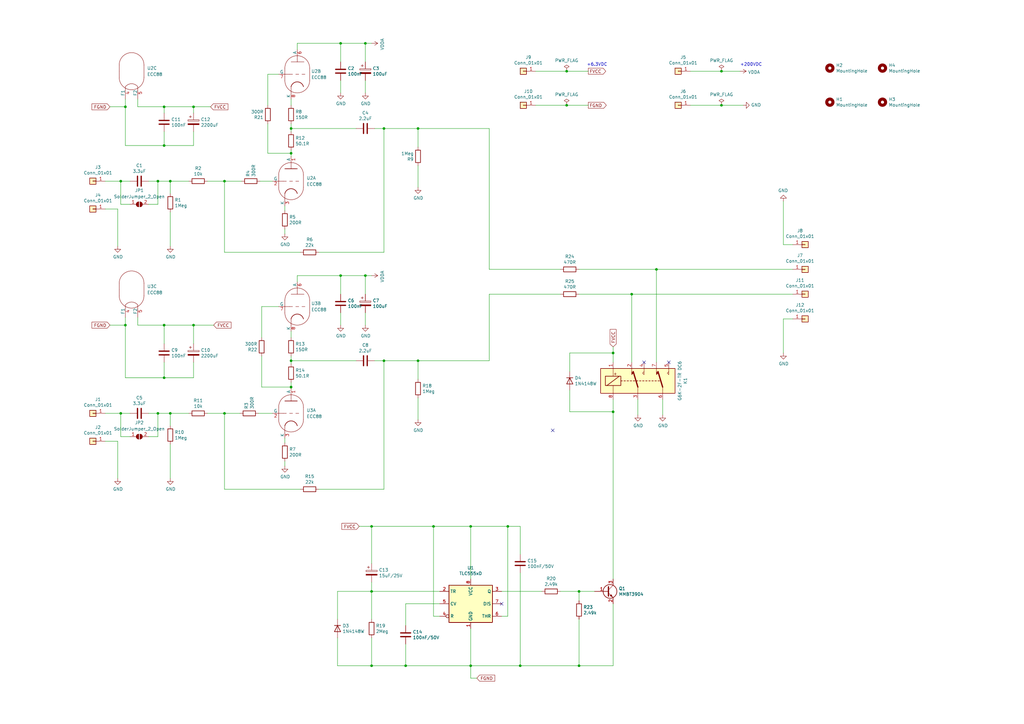
<source format=kicad_sch>
(kicad_sch (version 20211123) (generator eeschema)
  (paper "A3")
  (title_block (title "SRPP+ Pre-Amp ECC88/E88CC") (date "2022-09-15") (rev "V2"))
  (lib_symbols
    (symbol "Connector_Generic:Conn_01x01" (pin_names (offset 1.016) hide)
      (property "Reference" "J" (at 0 2.54 0))
      (property "Value" "Conn_01x01" (at 0 -2.54 0))
      (symbol "Conn_01x01_1_1"
        (rectangle (start -1.27 0.127) (end 0 -0.127) (stroke (width 0.1524)))
        (rectangle (start -1.27 1.27) (end 1.27 -1.27) (stroke (width 0.254)) (fill (type background)))
        (pin passive line (at -5.08 0 0) (length 3.81) (name "Pin_1") (number "1"))
      )
    )
    (symbol "Device:C" (pin_numbers hide) (pin_names (offset 0.254))
      (property "Reference" "C" (at 0.635 2.54 0))
      (property "Value" "C" (at 0.635 -2.54 0))
      (symbol "C_0_1"
        (polyline (pts (xy -2.032 -0.762) (xy 2.032 -0.762)) (stroke (width 0.508)))
        (polyline (pts (xy -2.032 0.762) (xy 2.032 0.762)) (stroke (width 0.508)))
      )
      (symbol "C_1_1"
        (pin passive line (at 0 3.81 270) (length 2.794) (name "~") (number "1"))
        (pin passive line (at 0 -3.81 90) (length 2.794) (name "~") (number "2"))
      )
    )
    (symbol "Device:C_Polarized" (pin_numbers hide) (pin_names (offset 0.254))
      (property "Reference" "C" (at 0.635 2.54 0))
      (property "Value" "C_Polarized" (at 0.635 -2.54 0))
      (symbol "C_Polarized_0_1"
        (rectangle (start -2.286 0.508) (end 2.286 1.016))
        (polyline (pts (xy -1.778 2.286) (xy -0.762 2.286)))
        (polyline (pts (xy -1.27 2.794) (xy -1.27 1.778)))
        (rectangle (start 2.286 -0.508) (end -2.286 -1.016) (fill (type outline)))
      )
      (symbol "C_Polarized_1_1"
        (pin passive line (at 0 3.81 270) (length 2.794) (name "~") (number "1"))
        (pin passive line (at 0 -3.81 90) (length 2.794) (name "~") (number "2"))
      )
    )
    (symbol "Device:R" (pin_numbers hide) (pin_names (offset 0))
      (property "Reference" "R" (at 2.032 0 90))
      (property "Value" "R" (at 0 0 90))
      (symbol "R_0_1"
        (rectangle (start -1.016 -2.54) (end 1.016 2.54) (stroke (width 0.254)))
      )
      (symbol "R_1_1"
        (pin passive line (at 0 3.81 270) (length 1.27) (name "~") (number "1"))
        (pin passive line (at 0 -3.81 90) (length 1.27) (name "~") (number "2"))
      )
    )
    (symbol "Diode:1N4148W" (pin_numbers hide) (pin_names (offset 1.016) hide)
      (property "Reference" "D" (at 0 2.54 0))
      (property "Value" "1N4148W" (at 0 -2.54 0))
      (symbol "1N4148W_0_1"
        (polyline (pts (xy -1.27 1.27) (xy -1.27 -1.27)) (stroke (width 0.254)))
        (polyline (pts (xy 1.27 0) (xy -1.27 0)))
        (polyline (pts (xy 1.27 1.27) (xy 1.27 -1.27) (xy -1.27 0) (xy 1.27 1.27)) (stroke (width 0.254)))
      )
      (symbol "1N4148W_1_1"
        (pin passive line (at -3.81 0 0) (length 2.54) (name "K") (number "1"))
        (pin passive line (at 3.81 0 180) (length 2.54) (name "A") (number "2"))
      )
    )
    (symbol "Jumper:SolderJumper_2_Open" (pin_names (offset 0) hide)
      (property "Reference" "JP" (at 0 2.032 0))
      (property "Value" "SolderJumper_2_Open" (at 0 -2.54 0))
      (symbol "SolderJumper_2_Open_0_1"
        (arc (start -0.254 1.016) (mid -1.27 0) (end -0.254 -1.016))
        (arc (start -0.254 1.016) (mid -1.27 0) (end -0.254 -1.016) (fill (type outline)))
        (polyline (pts (xy -0.254 1.016) (xy -0.254 -1.016)))
        (polyline (pts (xy 0.254 1.016) (xy 0.254 -1.016)))
        (arc (start 0.254 -1.016) (mid 1.27 0) (end 0.254 1.016))
        (arc (start 0.254 -1.016) (mid 1.27 0) (end 0.254 1.016) (fill (type outline)))
      )
      (symbol "SolderJumper_2_Open_1_1"
        (pin passive line (at -3.81 0 0) (length 2.54) (name "A") (number "1"))
        (pin passive line (at 3.81 0 180) (length 2.54) (name "B") (number "2"))
      )
    )
    (symbol "Mechanical:MountingHole" (pin_names (offset 1.016))
      (property "Reference" "H" (at 0 5.08 0))
      (property "Value" "MountingHole" (at 0 3.175 0))
      (symbol "MountingHole_0_1"
        (circle (center 0 0) (radius 1.27) (stroke (width 1.27)))
      )
    )
    (symbol "Relay:G6K-2"
      (property "Reference" "K" (at 16.51 3.81 0))
      (property "Value" "G6K-2" (at 16.51 1.27 0))
      (symbol "G6K-2_0_0"
        (text "+" (at -9.271 2.921 0) (effects (font (size 1.27 1.27))))
      )
      (symbol "G6K-2_0_1"
        (rectangle (start -15.24 5.08) (end 15.24 -5.08) (stroke (width 0.254)) (fill (type background)))
        (rectangle (start -13.335 1.905) (end -6.985 -1.905) (stroke (width 0.254)))
        (polyline (pts (xy -12.7 -1.905) (xy -7.62 1.905)) (stroke (width 0.254)))
        (polyline (pts (xy -10.16 -5.08) (xy -10.16 -1.905)))
        (polyline (pts (xy -10.16 5.08) (xy -10.16 1.905)))
        (polyline (pts (xy -6.985 0) (xy -6.35 0)) (stroke (width 0.254)))
        (polyline (pts (xy -5.715 0) (xy -5.08 0)) (stroke (width 0.254)))
        (polyline (pts (xy -4.445 0) (xy -3.81 0)) (stroke (width 0.254)))
        (polyline (pts (xy -3.175 0) (xy -2.54 0)) (stroke (width 0.254)))
        (polyline (pts (xy -1.905 0) (xy -1.27 0)) (stroke (width 0.254)))
        (polyline (pts (xy -0.635 0) (xy 0 0)) (stroke (width 0.254)))
        (polyline (pts (xy 0 -2.54) (xy -1.905 3.81)) (stroke (width 0.508)))
        (polyline (pts (xy 0 -2.54) (xy 0 -5.08)))
        (polyline (pts (xy 0.635 0) (xy 1.27 0)) (stroke (width 0.254)))
        (polyline (pts (xy 1.905 0) (xy 2.54 0)) (stroke (width 0.254)))
        (polyline (pts (xy 3.175 0) (xy 3.81 0)) (stroke (width 0.254)))
        (polyline (pts (xy 4.445 0) (xy 5.08 0)) (stroke (width 0.254)))
        (polyline (pts (xy 5.715 0) (xy 6.35 0)) (stroke (width 0.254)))
        (polyline (pts (xy 6.985 0) (xy 7.62 0)) (stroke (width 0.254)))
        (polyline (pts (xy 8.255 0) (xy 8.89 0)) (stroke (width 0.254)))
        (polyline (pts (xy 10.16 -2.54) (xy 8.255 3.81)) (stroke (width 0.508)))
        (polyline (pts (xy 10.16 -2.54) (xy 10.16 -5.08)))
        (polyline (pts (xy -2.54 5.08) (xy -2.54 2.54) (xy -1.905 3.175) (xy -2.54 3.81)) (fill (type outline)))
        (polyline (pts (xy 2.54 5.08) (xy 2.54 2.54) (xy 1.905 3.175) (xy 2.54 3.81)))
        (polyline (pts (xy 7.62 5.08) (xy 7.62 2.54) (xy 8.255 3.175) (xy 7.62 3.81)) (fill (type outline)))
        (polyline (pts (xy 12.7 5.08) (xy 12.7 2.54) (xy 12.065 3.175) (xy 12.7 3.81)))
      )
      (symbol "G6K-2_1_1"
        (pin passive line (at -10.16 7.62 270) (length 2.54) (name "~") (number "1"))
        (pin passive line (at -2.54 7.62 270) (length 2.54) (name "~") (number "2"))
        (pin passive line (at 0 -7.62 90) (length 2.54) (name "~") (number "3"))
        (pin passive line (at 2.54 7.62 270) (length 2.54) (name "~") (number "4"))
        (pin passive line (at 12.7 7.62 270) (length 2.54) (name "~") (number "5"))
        (pin passive line (at 10.16 -7.62 90) (length 2.54) (name "~") (number "6"))
        (pin passive line (at 7.62 7.62 270) (length 2.54) (name "~") (number "7"))
        (pin passive line (at -10.16 -7.62 90) (length 2.54) (name "~") (number "8"))
      )
    )
    (symbol "Timer:TLC555xD"
      (property "Reference" "U" (at -10.16 8.89 0))
      (property "Value" "TLC555xD" (at 2.54 8.89 0))
      (symbol "TLC555xD_0_0"
        (pin power_in line (at 0 -10.16 90) (length 2.54) (name "GND") (number "1"))
        (pin power_in line (at 0 10.16 270) (length 2.54) (name "VCC") (number "8"))
      )
      (symbol "TLC555xD_0_1"
        (rectangle (start -8.89 -7.62) (end 8.89 7.62) (stroke (width 0.254)) (fill (type background)))
        (rectangle (start -8.89 -7.62) (end 8.89 7.62) (stroke (width 0.254)) (fill (type background)))
      )
      (symbol "TLC555xD_1_1"
        (pin input line (at -12.7 5.08 0) (length 3.81) (name "TR") (number "2"))
        (pin output line (at 12.7 5.08 180) (length 3.81) (name "Q") (number "3"))
        (pin input inverted (at -12.7 -5.08 0) (length 3.81) (name "R") (number "4"))
        (pin input line (at -12.7 0 0) (length 3.81) (name "CV") (number "5"))
        (pin input line (at 12.7 -5.08 180) (length 3.81) (name "THR") (number "6"))
        (pin input line (at 12.7 0 180) (length 3.81) (name "DIS") (number "7"))
      )
    )
    (symbol "Transistor_BJT:MMBT3904" (pin_names (offset 0) hide)
      (property "Reference" "Q" (at 5.08 1.905 0))
      (property "Value" "MMBT3904" (at 5.08 0 0))
      (symbol "MMBT3904_0_1"
        (polyline (pts (xy 0.635 0.635) (xy 2.54 2.54)))
        (polyline (pts (xy 0.635 -0.635) (xy 2.54 -2.54) (xy 2.54 -2.54)))
        (polyline (pts (xy 0.635 1.905) (xy 0.635 -1.905) (xy 0.635 -1.905)) (stroke (width 0.508)))
        (polyline (pts (xy 1.27 -1.778) (xy 1.778 -1.27) (xy 2.286 -2.286) (xy 1.27 -1.778) (xy 1.27 -1.778)) (fill (type outline)))
        (circle (center 1.27 0) (radius 2.8194) (stroke (width 0.254)))
      )
      (symbol "MMBT3904_1_1"
        (pin input line (at -5.08 0 0) (length 5.715) (name "B") (number "1"))
        (pin passive line (at 2.54 -5.08 90) (length 2.54) (name "E") (number "2"))
        (pin passive line (at 2.54 5.08 270) (length 2.54) (name "C") (number "3"))
      )
    )
    (symbol "Valve:ECC88" (pin_names (offset 0))
      (property "Reference" "U" (at 4.318 7.112 0))
      (property "Value" "ECC88" (at 5.08 -7.62 0))
      (symbol "ECC88_0_1"
        (arc (start -5.08 -2.54) (mid 0 -7.62) (end 5.08 -2.54))
        (polyline (pts (xy -5.08 0) (xy -5.08 -2.54)))
        (polyline (pts (xy -5.08 2.54) (xy -5.08 0)))
        (polyline (pts (xy 5.08 2.54) (xy 5.08 -2.54)))
        (arc (start 5.08 2.54) (mid 0 7.62) (end -5.08 2.54))
      )
      (symbol "ECC88_1_0"
        (polyline (pts (xy -2.54 -5.08) (xy -2.54 -7.62)))
        (polyline (pts (xy 0 5.08) (xy 0 7.62)))
      )
      (symbol "ECC88_1_1"
        (polyline (pts (xy -5.08 0) (xy -3.175 0)))
        (polyline (pts (xy -1.905 0) (xy -3.175 0)) (stroke (width 0.1524)))
        (polyline (pts (xy -0.635 0) (xy 0.635 0)) (stroke (width 0.1524)))
        (polyline (pts (xy 1.905 0) (xy 3.175 0)) (stroke (width 0.1524)))
        (polyline (pts (xy -2.54 5.08) (xy 2.54 5.08) (xy 2.54 5.08)) (stroke (width 0.254)))
        (arc (start 2.54 -5.08) (mid 0 -3.0968) (end -2.54 -5.08) (stroke (width 0.254)))
        (pin output line (at 0 10.16 270) (length 2.54) (name "A") (number "1"))
        (pin input line (at -7.62 0 0) (length 2.54) (name "G") (number "2"))
        (pin bidirectional line (at -2.54 -10.16 90) (length 2.54) (name "K") (number "3"))
      )
      (symbol "ECC88_2_0"
        (polyline (pts (xy -5.08 0) (xy -3.175 0)))
        (polyline (pts (xy -2.54 -5.08) (xy -2.54 -7.62)))
        (polyline (pts (xy -1.905 0) (xy -3.175 0)) (stroke (width 0.1524)))
        (polyline (pts (xy -0.635 0) (xy 0.635 0)) (stroke (width 0.1524)))
        (polyline (pts (xy 0 5.08) (xy 0 7.62)))
        (polyline (pts (xy 1.905 0) (xy 3.175 0)) (stroke (width 0.1524)))
        (polyline (pts (xy 2.794 5.08) (xy -2.54 5.08) (xy -2.54 5.08)) (stroke (width 0.1524)))
      )
      (symbol "ECC88_2_1"
        (arc (start 2.54 -5.08) (mid 0 -3.0968) (end -2.54 -5.08) (stroke (width 0.254)))
        (pin output line (at 0 10.16 270) (length 2.54) (name "A") (number "6"))
        (pin input line (at -7.62 0 0) (length 2.54) (name "G") (number "7"))
        (pin bidirectional line (at -2.54 -10.16 90) (length 2.54) (name "K") (number "8"))
      )
      (symbol "ECC88_3_1"
        (arc (start 2.54 -6.35) (mid 0 -5.1292) (end -2.54 -6.35))
        (pin power_in line (at -2.54 -11.43 90) (length 5.08) (name "F1") (number "4"))
        (pin power_in line (at 2.54 -11.43 90) (length 5.08) (name "F2") (number "5"))
      )
    )
    (symbol "power:GND" (power) (pin_names (offset 0))
      (property "Value" "GND" (at 0 -3.81 0))
      (symbol "GND_0_1"
        (polyline (pts (xy 0 0) (xy 0 -1.27) (xy 1.27 -1.27) (xy 0 -2.54) (xy -1.27 -1.27) (xy 0 -1.27)))
      )
      (symbol "GND_1_1"
        (pin power_in line (at 0 0 270) (length 0) hide (name "GND") (number "1"))
      )
    )
    (symbol "power:PWR_FLAG" (power) (pin_numbers hide) (pin_names (offset 0) hide)
      (property "Value" "PWR_FLAG" (at 0 3.81 0))
      (symbol "PWR_FLAG_0_0"
        (pin power_out line (at 0 0 90) (length 0) (name "pwr") (number "1"))
      )
      (symbol "PWR_FLAG_0_1"
        (polyline (pts (xy 0 0) (xy 0 1.27) (xy -1.016 1.905) (xy 0 2.54) (xy 1.016 1.905) (xy 0 1.27)))
      )
    )
    (symbol "power:VDDA" (power) (pin_names (offset 0))
      (property "Value" "VDDA" (at 0 3.81 0))
      (symbol "VDDA_0_1"
        (polyline (pts (xy -0.762 1.27) (xy 0 2.54)))
        (polyline (pts (xy 0 0) (xy 0 2.54)))
        (polyline (pts (xy 0 2.54) (xy 0.762 1.27)))
      )
      (symbol "VDDA_1_1"
        (pin power_in line (at 0 0 90) (length 0) hide (name "VDDA") (number "1"))
      )
    )
  )
  (junction (at 193.04 215.9))
  (junction (at 67.31 154.94))
  (junction (at 237.49 273.05))
  (junction (at 79.375 43.815))
  (junction (at 119.38 147.955))
  (junction (at 64.77 74.295))
  (junction (at 152.4 273.05))
  (junction (at 51.435 43.815))
  (junction (at 251.46 144.78))
  (junction (at 295.91 43.18))
  (junction (at 251.46 168.91))
  (junction (at 69.85 74.295))
  (junction (at 193.04 273.05))
  (junction (at 177.8 215.9))
  (junction (at 152.4 242.57))
  (junction (at 67.31 133.35))
  (junction (at 67.31 43.815))
  (junction (at 139.7 17.78))
  (junction (at 232.41 43.18))
  (junction (at 295.91 29.21))
  (junction (at 67.31 59.69))
  (junction (at 79.375 133.35))
  (junction (at 152.4 215.9))
  (junction (at 171.45 147.955))
  (junction (at 157.48 52.705))
  (junction (at 49.53 74.295))
  (junction (at 269.24 110.49))
  (junction (at 92.075 169.545))
  (junction (at 208.28 215.9))
  (junction (at 171.45 52.705))
  (junction (at 49.53 169.545))
  (junction (at 119.38 158.75))
  (junction (at 51.435 133.35))
  (junction (at 119.38 62.865))
  (junction (at 232.41 29.21))
  (junction (at 237.49 242.57))
  (junction (at 259.08 120.65))
  (junction (at 213.36 273.05))
  (junction (at 157.48 147.955))
  (junction (at 149.86 113.03))
  (junction (at 139.7 113.03))
  (junction (at 92.075 74.295))
  (junction (at 119.38 52.705))
  (junction (at 166.37 273.05))
  (junction (at 64.77 169.545))
  (junction (at 149.86 17.78))
  (junction (at 69.85 169.545))
  (no_connect (at 264.16 148.59))
  (no_connect (at 274.32 148.59))
  (no_connect (at 226.695 176.53))
  (no_connect (at 205.74 247.65))
  (wire (pts (xy 157.48 52.705) (xy 153.67 52.705)))
  (wire (pts (xy 60.96 83.82) (xy 64.77 83.82)))
  (wire (pts (xy 49.53 169.545) (xy 53.34 169.545)))
  (wire (pts (xy 138.43 273.05) (xy 138.43 261.62)))
  (wire (pts (xy 208.28 252.73) (xy 208.28 215.9)))
  (wire (pts (xy 193.04 273.05) (xy 193.04 278.13)))
  (wire (pts (xy 92.075 169.545) (xy 98.425 169.545)))
  (wire (pts (xy 213.36 227.33) (xy 213.36 215.9)))
  (wire (pts (xy 233.68 152.4) (xy 233.68 144.78)))
  (wire (pts (xy 119.38 52.705) (xy 119.38 53.975)))
  (wire (pts (xy 85.09 169.545) (xy 92.075 169.545)))
  (wire (pts (xy 149.86 113.03) (xy 149.86 120.65)))
  (wire (pts (xy 213.36 273.05) (xy 193.04 273.05)))
  (wire (pts (xy 321.31 144.78) (xy 321.31 130.81)))
  (wire (pts (xy 106.68 74.295) (xy 111.76 74.295)))
  (wire (pts (xy 64.77 74.295) (xy 60.96 74.295)))
  (wire (pts (xy 139.7 17.78) (xy 149.86 17.78)))
  (wire (pts (xy 79.375 53.975) (xy 79.375 59.69)))
  (wire (pts (xy 213.36 234.95) (xy 213.36 273.05)))
  (wire (pts (xy 153.67 147.955) (xy 157.48 147.955)))
  (wire (pts (xy 119.38 62.865) (xy 119.38 64.135)))
  (wire (pts (xy 321.31 100.33) (xy 321.31 82.55)))
  (wire (pts (xy 321.31 130.81) (xy 325.12 130.81)))
  (wire (pts (xy 67.31 154.94) (xy 67.31 148.59)))
  (wire (pts (xy 139.7 38.1) (xy 139.7 33.02)))
  (wire (pts (xy 109.855 30.48) (xy 114.3 30.48)))
  (wire (pts (xy 180.34 247.65) (xy 166.37 247.65)))
  (wire (pts (xy 237.49 273.05) (xy 213.36 273.05)))
  (wire (pts (xy 67.31 53.975) (xy 67.31 59.69)))
  (wire (pts (xy 69.85 169.545) (xy 64.77 169.545)))
  (wire (pts (xy 53.34 179.07) (xy 49.53 179.07)))
  (wire (pts (xy 157.48 147.955) (xy 157.48 200.66)))
  (wire (pts (xy 85.09 74.295) (xy 92.075 74.295)))
  (wire (pts (xy 51.435 154.94) (xy 67.31 154.94)))
  (wire (pts (xy 237.49 242.57) (xy 229.87 242.57)))
  (wire (pts (xy 116.84 189.23) (xy 116.84 191.135)))
  (wire (pts (xy 200.66 110.49) (xy 200.66 52.705)))
  (wire (pts (xy 92.075 74.295) (xy 99.06 74.295)))
  (wire (pts (xy 67.31 43.815) (xy 79.375 43.815)))
  (wire (pts (xy 219.71 43.18) (xy 232.41 43.18)))
  (wire (pts (xy 139.7 113.03) (xy 149.86 113.03)))
  (wire (pts (xy 77.47 74.295) (xy 69.85 74.295)))
  (wire (pts (xy 139.7 120.65) (xy 139.7 113.03)))
  (wire (pts (xy 171.45 60.325) (xy 171.45 52.705)))
  (wire (pts (xy 149.86 133.35) (xy 149.86 128.27)))
  (wire (pts (xy 107.315 146.05) (xy 107.315 158.75)))
  (wire (pts (xy 51.435 43.815) (xy 51.435 59.69)))
  (wire (pts (xy 119.38 147.955) (xy 119.38 149.225)))
  (wire (pts (xy 121.92 115.57) (xy 121.92 113.03)))
  (wire (pts (xy 295.91 29.21) (xy 283.21 29.21)))
  (wire (pts (xy 195.58 278.13) (xy 193.04 278.13)))
  (wire (pts (xy 152.4 242.57) (xy 152.4 254)))
  (wire (pts (xy 177.8 252.73) (xy 177.8 215.9)))
  (wire (pts (xy 119.38 147.955) (xy 146.05 147.955)))
  (wire (pts (xy 193.04 257.81) (xy 193.04 273.05)))
  (wire (pts (xy 130.81 103.505) (xy 157.48 103.505)))
  (wire (pts (xy 64.77 179.07) (xy 64.77 169.545)))
  (wire (pts (xy 69.85 174.625) (xy 69.85 169.545)))
  (wire (pts (xy 303.53 29.21) (xy 295.91 29.21)))
  (wire (pts (xy 251.46 163.83) (xy 251.46 168.91)))
  (wire (pts (xy 251.46 144.78) (xy 251.46 142.24)))
  (wire (pts (xy 157.48 52.705) (xy 171.45 52.705)))
  (wire (pts (xy 79.375 140.97) (xy 79.375 133.35)))
  (wire (pts (xy 56.515 133.35) (xy 67.31 133.35)))
  (wire (pts (xy 243.84 242.57) (xy 237.49 242.57)))
  (wire (pts (xy 67.31 43.815) (xy 67.31 46.355)))
  (wire (pts (xy 119.105 147.955) (xy 119.38 147.955)))
  (wire (pts (xy 51.435 154.94) (xy 51.435 133.35)))
  (wire (pts (xy 51.435 133.35) (xy 51.435 130.175)))
  (wire (pts (xy 205.74 242.57) (xy 222.25 242.57)))
  (wire (pts (xy 45.085 133.35) (xy 51.435 133.35)))
  (wire (pts (xy 251.46 247.65) (xy 251.46 273.05)))
  (wire (pts (xy 233.68 168.91) (xy 251.46 168.91)))
  (wire (pts (xy 48.26 85.725) (xy 43.18 85.725)))
  (wire (pts (xy 237.49 120.65) (xy 259.08 120.65)))
  (wire (pts (xy 67.31 154.94) (xy 79.375 154.94)))
  (wire (pts (xy 138.43 242.57) (xy 138.43 254)))
  (wire (pts (xy 149.86 113.03) (xy 152.4 113.03)))
  (wire (pts (xy 56.515 43.815) (xy 56.515 40.64)))
  (wire (pts (xy 49.53 83.82) (xy 49.53 74.295)))
  (wire (pts (xy 157.48 200.66) (xy 130.81 200.66)))
  (wire (pts (xy 119.38 40.64) (xy 119.38 43.18)))
  (wire (pts (xy 123.19 200.66) (xy 92.075 200.66)))
  (wire (pts (xy 149.86 17.78) (xy 152.4 17.78)))
  (wire (pts (xy 269.24 148.59) (xy 269.24 110.49)))
  (wire (pts (xy 106.045 169.545) (xy 111.76 169.545)))
  (wire (pts (xy 152.4 273.05) (xy 138.43 273.05)))
  (wire (pts (xy 171.45 67.945) (xy 171.45 76.835)))
  (wire (pts (xy 259.08 148.59) (xy 259.08 120.65)))
  (wire (pts (xy 213.36 215.9) (xy 208.28 215.9)))
  (wire (pts (xy 60.96 179.07) (xy 64.77 179.07)))
  (wire (pts (xy 237.49 246.38) (xy 237.49 242.57)))
  (wire (pts (xy 149.86 38.1) (xy 149.86 33.02)))
  (wire (pts (xy 200.66 120.65) (xy 229.87 120.65)))
  (wire (pts (xy 114.3 125.73) (xy 107.315 125.73)))
  (wire (pts (xy 69.85 79.375) (xy 69.85 74.295)))
  (wire (pts (xy 69.85 100.965) (xy 69.85 86.995)))
  (wire (pts (xy 43.18 169.545) (xy 49.53 169.545)))
  (wire (pts (xy 121.92 113.03) (xy 139.7 113.03)))
  (wire (pts (xy 193.04 273.05) (xy 166.37 273.05)))
  (wire (pts (xy 107.315 158.75) (xy 119.38 158.75)))
  (wire (pts (xy 79.375 59.69) (xy 67.31 59.69)))
  (wire (pts (xy 283.21 43.18) (xy 295.91 43.18)))
  (wire (pts (xy 157.48 147.955) (xy 171.45 147.955)))
  (wire (pts (xy 116.84 84.455) (xy 116.84 86.36)))
  (wire (pts (xy 251.46 148.59) (xy 251.46 144.78)))
  (wire (pts (xy 171.45 155.575) (xy 171.45 147.955)))
  (wire (pts (xy 166.37 273.05) (xy 166.37 264.16)))
  (wire (pts (xy 116.84 93.98) (xy 116.84 95.885)))
  (wire (pts (xy 109.855 50.8) (xy 109.855 62.865)))
  (wire (pts (xy 232.41 29.21) (xy 241.3 29.21)))
  (wire (pts (xy 200.66 52.705) (xy 171.45 52.705)))
  (wire (pts (xy 109.855 62.865) (xy 119.38 62.865)))
  (wire (pts (xy 152.4 242.57) (xy 152.4 238.76)))
  (wire (pts (xy 121.92 20.32) (xy 121.92 17.78)))
  (wire (pts (xy 119.38 52.705) (xy 146.05 52.705)))
  (wire (pts (xy 43.18 74.295) (xy 49.53 74.295)))
  (wire (pts (xy 107.315 125.73) (xy 107.315 138.43)))
  (wire (pts (xy 295.91 43.18) (xy 304.8 43.18)))
  (wire (pts (xy 233.68 160.02) (xy 233.68 168.91)))
  (wire (pts (xy 139.7 25.4) (xy 139.7 17.78)))
  (wire (pts (xy 119.38 156.845) (xy 119.38 158.75)))
  (wire (pts (xy 69.85 196.215) (xy 69.85 182.245)))
  (wire (pts (xy 269.24 110.49) (xy 325.12 110.49)))
  (wire (pts (xy 259.08 120.65) (xy 325.12 120.65)))
  (wire (pts (xy 64.77 83.82) (xy 64.77 74.295)))
  (wire (pts (xy 48.26 100.965) (xy 48.26 85.725)))
  (wire (pts (xy 119.38 146.05) (xy 119.38 147.955)))
  (wire (pts (xy 157.48 52.705) (xy 157.48 103.505)))
  (wire (pts (xy 51.435 59.69) (xy 67.31 59.69)))
  (wire (pts (xy 56.515 43.815) (xy 67.31 43.815)))
  (wire (pts (xy 200.66 120.65) (xy 200.66 147.955)))
  (wire (pts (xy 49.53 74.295) (xy 53.34 74.295)))
  (wire (pts (xy 193.04 215.9) (xy 177.8 215.9)))
  (wire (pts (xy 152.4 231.14) (xy 152.4 215.9)))
  (wire (pts (xy 79.375 43.815) (xy 86.36 43.815)))
  (wire (pts (xy 251.46 168.91) (xy 251.46 237.49)))
  (wire (pts (xy 208.28 215.9) (xy 193.04 215.9)))
  (wire (pts (xy 180.34 242.57) (xy 152.4 242.57)))
  (wire (pts (xy 119.38 135.89) (xy 119.38 138.43)))
  (wire (pts (xy 48.26 180.975) (xy 43.18 180.975)))
  (wire (pts (xy 261.62 170.18) (xy 261.62 163.83)))
  (wire (pts (xy 232.41 29.21) (xy 219.71 29.21)))
  (wire (pts (xy 92.075 200.66) (xy 92.075 169.545)))
  (wire (pts (xy 67.31 133.35) (xy 79.375 133.35)))
  (wire (pts (xy 271.78 170.18) (xy 271.78 163.83)))
  (wire (pts (xy 166.37 273.05) (xy 152.4 273.05)))
  (wire (pts (xy 232.41 43.18) (xy 241.3 43.18)))
  (wire (pts (xy 233.68 144.78) (xy 251.46 144.78)))
  (wire (pts (xy 147.32 215.9) (xy 152.4 215.9)))
  (wire (pts (xy 51.435 43.815) (xy 51.435 40.64)))
  (wire (pts (xy 109.855 43.18) (xy 109.855 30.48)))
  (wire (pts (xy 92.075 103.505) (xy 92.075 74.295)))
  (wire (pts (xy 53.34 83.82) (xy 49.53 83.82)))
  (wire (pts (xy 149.86 17.78) (xy 149.86 25.4)))
  (wire (pts (xy 79.375 154.94) (xy 79.375 148.59)))
  (wire (pts (xy 251.46 273.05) (xy 237.49 273.05)))
  (wire (pts (xy 152.4 273.05) (xy 152.4 261.62)))
  (wire (pts (xy 79.375 133.35) (xy 87.63 133.35)))
  (wire (pts (xy 79.375 43.815) (xy 79.375 46.355)))
  (wire (pts (xy 152.4 215.9) (xy 177.8 215.9)))
  (wire (pts (xy 77.47 169.545) (xy 69.85 169.545)))
  (wire (pts (xy 119.38 61.595) (xy 119.38 62.865)))
  (wire (pts (xy 237.49 110.49) (xy 269.24 110.49)))
  (wire (pts (xy 48.26 196.215) (xy 48.26 180.975)))
  (wire (pts (xy 200.66 147.955) (xy 171.45 147.955)))
  (wire (pts (xy 171.45 172.085) (xy 171.45 163.195)))
  (wire (pts (xy 200.66 110.49) (xy 229.87 110.49)))
  (wire (pts (xy 152.4 242.57) (xy 138.43 242.57)))
  (wire (pts (xy 123.19 103.505) (xy 92.075 103.505)))
  (wire (pts (xy 64.77 169.545) (xy 60.96 169.545)))
  (wire (pts (xy 49.53 179.07) (xy 49.53 169.545)))
  (wire (pts (xy 45.085 43.815) (xy 51.435 43.815)))
  (wire (pts (xy 69.85 74.295) (xy 64.77 74.295)))
  (wire (pts (xy 205.74 252.73) (xy 208.28 252.73)))
  (wire (pts (xy 67.31 140.97) (xy 67.31 133.35)))
  (wire (pts (xy 119.38 50.8) (xy 119.38 52.705)))
  (wire (pts (xy 193.04 237.49) (xy 193.04 215.9)))
  (wire (pts (xy 119.38 158.75) (xy 119.38 159.385)))
  (wire (pts (xy 121.92 17.78) (xy 139.7 17.78)))
  (wire (pts (xy 116.84 179.705) (xy 116.84 181.61)))
  (wire (pts (xy 325.12 100.33) (xy 321.31 100.33)))
  (wire (pts (xy 56.515 133.35) (xy 56.515 130.175)))
  (wire (pts (xy 180.34 252.73) (xy 177.8 252.73)))
  (wire (pts (xy 237.49 254) (xy 237.49 273.05)))
  (wire (pts (xy 139.7 133.35) (xy 139.7 128.27)))
  (wire (pts (xy 166.37 247.65) (xy 166.37 256.54)))
  (text "+6.3VDC" (at 240.665 27.305 0) (effects (font (size 1.27 1.27)) (justify left bottom)))
  (text "+200VDC" (at 303.53 27.305 0) (effects (font (size 1.27 1.27)) (justify left bottom)))
  (global_label "FGND" (shape output) (at 241.3 43.18 0) (property "Intersheet References" "${INTERSHEET_REFS}" (effects hide)))
  (global_label "FVCC" (shape output) (at 241.3 29.21 0) (property "Intersheet References" "${INTERSHEET_REFS}" (effects hide)))
  (global_label "FVCC" (shape input) (at 147.32 215.9 180) (property "Intersheet References" "${INTERSHEET_REFS}" (effects hide)))
  (global_label "FGND" (shape input) (at 45.085 133.35 180) (property "Intersheet References" "${INTERSHEET_REFS}" (effects hide)))
  (global_label "FGND" (shape input) (at 195.58 278.13 0) (property "Intersheet References" "${INTERSHEET_REFS}" (effects hide)))
  (global_label "FGND" (shape input) (at 45.085 43.815 180) (property "Intersheet References" "${INTERSHEET_REFS}" (effects hide)))
  (global_label "FVCC" (shape input) (at 251.46 142.24 90) (property "Intersheet References" "${INTERSHEET_REFS}" (effects hide)))
  (global_label "FVCC" (shape input) (at 86.36 43.815 0) (property "Intersheet References" "${INTERSHEET_REFS}" (effects hide)))
  (global_label "FVCC" (shape input) (at 87.63 133.35 0) (property "Intersheet References" "${INTERSHEET_REFS}" (effects hide)))
  (symbol (lib_id "Device:R") (at 81.28 74.295 270) (unit 1)
    (property "Reference" "R2" (at 81.28 69.0372 90))
    (property "Value" "10k" (at 81.28 71.3486 90))
    (property "Footprint" "Resistor_SMD:R_MELF_MMB-0207" (effects hide))
  )
  (symbol (lib_id "Device:R") (at 69.85 83.185 0) (unit 1)
    (property "Reference" "R1" (at 71.628 82.0166 0) (effects (justify left)))
    (property "Value" "1Meg" (at 71.628 84.328 0) (effects (justify left)))
    (property "Footprint" "Resistor_SMD:R_MELF_MMB-0207" (effects hide))
  )
  (symbol (lib_id "Connector_Generic:Conn_01x01") (at 38.1 74.295 180) (unit 1)
    (property "Reference" "J3" (at 40.1828 68.58 0))
    (property "Value" "Conn_01x01" (at 40.1828 70.8914 0))
    (property "Footprint" "Connector_Pin:Pin_D1.0mm_L10.0mm" (effects hide))
  )
  (symbol (lib_id "Connector_Generic:Conn_01x01") (at 38.1 85.725 180) (unit 1)
    (property "Reference" "J4" (at 40.1828 80.01 0))
    (property "Value" "Conn_01x01" (at 40.1828 82.3214 0))
    (property "Footprint" "Connector_Pin:Pin_D1.0mm_L10.0mm" (effects hide))
  )
  (symbol (lib_id "Connector_Generic:Conn_01x01") (at 278.13 29.21 180) (unit 1)
    (property "Reference" "J5" (at 280.2128 23.495 0))
    (property "Value" "Conn_01x01" (at 280.2128 25.8064 0))
    (property "Footprint" "Connector_Pin:Pin_D1.3mm_L11.0mm" (effects hide))
  )
  (symbol (lib_id "Connector_Generic:Conn_01x01") (at 278.13 43.18 180) (unit 1)
    (property "Reference" "J6" (at 280.2128 37.465 0))
    (property "Value" "Conn_01x01" (at 280.2128 39.7764 0))
    (property "Footprint" "Connector_Pin:Pin_D1.3mm_L11.0mm" (effects hide))
  )
  (symbol (lib_id "Device:C") (at 57.15 74.295 270) (unit 1)
    (property "Reference" "C1" (at 57.15 67.8942 90))
    (property "Value" "3.3uF" (at 57.15 70.2056 90))
    (property "Footprint" "Capacitor_THT:C_Rect_L7.2mm_W7.2mm_P5.00mm_FKS2_FKP2_MKS2_MKP2" (effects hide))
  )
  (symbol (lib_id "Mechanical:MountingHole") (at 340.36 27.94 0) (unit 1)
    (property "Reference" "H2" (at 342.9 26.7716 0) (effects (justify left)))
    (property "Value" "MountingHole" (at 342.9 29.083 0) (effects (justify left)))
    (property "Footprint" "MountingHole:MountingHole_3.2mm_M3" (effects hide))
  )
  (symbol (lib_id "Mechanical:MountingHole") (at 361.95 27.94 0) (unit 1)
    (property "Reference" "H4" (at 364.49 26.7716 0) (effects (justify left)))
    (property "Value" "MountingHole" (at 364.49 29.083 0) (effects (justify left)))
    (property "Footprint" "MountingHole:MountingHole_3.2mm_M3" (effects hide))
  )
  (symbol (lib_id "Mechanical:MountingHole") (at 340.36 41.91 0) (unit 1)
    (property "Reference" "H1" (at 342.9 40.7416 0) (effects (justify left)))
    (property "Value" "MountingHole" (at 342.9 43.053 0) (effects (justify left)))
    (property "Footprint" "MountingHole:MountingHole_3.2mm_M3" (effects hide))
  )
  (symbol (lib_id "Mechanical:MountingHole") (at 361.95 41.91 0) (unit 1)
    (property "Reference" "H3" (at 364.49 40.7416 0) (effects (justify left)))
    (property "Value" "MountingHole" (at 364.49 43.053 0) (effects (justify left)))
    (property "Footprint" "MountingHole:MountingHole_3.2mm_M3" (effects hide))
  )
  (symbol (lib_id "power:PWR_FLAG") (at 295.91 29.21 0) (unit 1)
    (property "Reference" "#FLG04" (effects hide))
    (property "Value" "PWR_FLAG" (at 295.91 24.8158 0))
  )
  (symbol (lib_id "power:GND") (at 304.8 43.18 90) (unit 1)
    (property "Reference" "#PWR05" (effects hide))
    (property "Value" "GND" (at 308.0512 43.053 90) (effects (justify right)))
  )
  (symbol (lib_id "power:PWR_FLAG") (at 295.91 43.18 0) (unit 1)
    (property "Reference" "#FLG03" (effects hide))
    (property "Value" "PWR_FLAG" (at 295.91 38.7858 0))
  )
  (symbol (lib_id "power:VDDA") (at 303.53 29.21 270) (unit 1)
    (property "Reference" "#PWR07" (effects hide))
    (property "Value" "VDDA" (at 306.7812 29.591 90) (effects (justify left)))
  )
  (symbol (lib_id "Device:C_Polarized") (at 149.86 29.21 0) (unit 1)
    (property "Reference" "C3" (at 152.8572 28.0416 0) (effects (justify left)))
    (property "Value" "100uF" (at 152.8572 30.353 0) (effects (justify left)))
    (property "Footprint" "Capacitor_THT:CP_Radial_D18.0mm_P7.50mm" (effects hide))
  )
  (symbol (lib_id "Device:C") (at 139.7 29.21 0) (unit 1)
    (property "Reference" "C2" (at 142.621 28.0416 0) (effects (justify left)))
    (property "Value" "100nF" (at 142.621 30.353 0) (effects (justify left)))
    (property "Footprint" "Capacitor_THT:C_Rect_L16.5mm_W5.0mm_P15.00mm_MKT" (effects hide))
  )
  (symbol (lib_id "Device:R") (at 171.45 64.135 180) (unit 1)
    (property "Reference" "R9" (at 169.672 65.3034 0) (effects (justify left)))
    (property "Value" "1Meg" (at 169.672 62.992 0) (effects (justify left)))
    (property "Footprint" "Resistor_SMD:R_MELF_MMB-0207" (effects hide))
  )
  (symbol (lib_id "Device:C") (at 149.86 52.705 270) (unit 1)
    (property "Reference" "C4" (at 149.86 46.3042 90))
    (property "Value" "2.2uF" (at 149.86 48.6156 90))
    (property "Footprint" "Capacitor_THT:C_Rect_L31.5mm_W11.0mm_P27.50mm_MKS4" (effects hide))
  )
  (symbol (lib_id "Device:R") (at 127 103.505 270) (unit 1)
    (property "Reference" "R6" (at 127 98.2472 90))
    (property "Value" "22k" (at 127 100.5586 90))
    (property "Footprint" "Resistor_SMD:R_MELF_MMB-0207" (effects hide))
  )
  (symbol (lib_id "Connector_Generic:Conn_01x01") (at 330.2 110.49 0) (mirror x) (unit 1)
    (property "Reference" "J7" (at 328.1172 104.775 0))
    (property "Value" "Conn_01x01" (at 328.1172 107.0864 0))
    (property "Footprint" "Connector_Pin:Pin_D1.0mm_L10.0mm" (effects hide))
  )
  (symbol (lib_id "Connector_Generic:Conn_01x01") (at 330.2 100.33 0) (mirror x) (unit 1)
    (property "Reference" "J8" (at 328.1172 94.615 0))
    (property "Value" "Conn_01x01" (at 328.1172 96.9264 0))
    (property "Footprint" "Connector_Pin:Pin_D1.0mm_L10.0mm" (effects hide))
  )
  (symbol (lib_id "power:GND") (at 149.86 38.1 0) (unit 1)
    (property "Reference" "#PWR014" (effects hide))
    (property "Value" "GND" (at 149.987 42.4942 0))
  )
  (symbol (lib_id "power:GND") (at 139.7 38.1 0) (unit 1)
    (property "Reference" "#PWR011" (effects hide))
    (property "Value" "GND" (at 139.827 42.4942 0))
  )
  (symbol (lib_id "power:GND") (at 69.85 100.965 0) (unit 1)
    (property "Reference" "#PWR04" (effects hide))
    (property "Value" "GND" (at 69.977 105.3592 0))
  )
  (symbol (lib_id "power:GND") (at 48.26 100.965 0) (unit 1)
    (property "Reference" "#PWR03" (effects hide))
    (property "Value" "GND" (at 48.387 105.3592 0))
  )
  (symbol (lib_id "power:VDDA") (at 152.4 17.78 270) (unit 1)
    (property "Reference" "#PWR013" (effects hide))
    (property "Value" "VDDA" (at 156.7942 18.161 0))
  )
  (symbol (lib_id "Connector_Generic:Conn_01x01") (at 214.63 29.21 180) (unit 1)
    (property "Reference" "J9" (at 216.7128 23.495 0))
    (property "Value" "Conn_01x01" (at 216.7128 25.8064 0))
    (property "Footprint" "Connector_Pin:Pin_D1.3mm_L11.0mm" (effects hide))
  )
  (symbol (lib_id "Connector_Generic:Conn_01x01") (at 214.63 43.18 180) (unit 1)
    (property "Reference" "J10" (at 216.7128 37.465 0))
    (property "Value" "Conn_01x01" (at 216.7128 39.7764 0))
    (property "Footprint" "Connector_Pin:Pin_D1.3mm_L11.0mm" (effects hide))
  )
  (symbol (lib_id "power:PWR_FLAG") (at 232.41 29.21 0) (unit 1)
    (property "Reference" "#FLG01" (effects hide))
    (property "Value" "PWR_FLAG" (at 232.41 24.8158 0))
  )
  (symbol (lib_id "power:PWR_FLAG") (at 232.41 43.18 0) (unit 1)
    (property "Reference" "#FLG02" (effects hide))
    (property "Value" "PWR_FLAG" (at 232.41 38.7858 0))
  )
  (symbol (lib_id "Device:R") (at 81.28 169.545 270) (unit 1)
    (property "Reference" "R11" (at 81.28 164.2872 90))
    (property "Value" "10k" (at 81.28 166.5986 90))
    (property "Footprint" "Resistor_SMD:R_MELF_MMB-0207" (effects hide))
  )
  (symbol (lib_id "Device:R") (at 69.85 178.435 0) (unit 1)
    (property "Reference" "R10" (at 71.628 177.2666 0) (effects (justify left)))
    (property "Value" "1Meg" (at 71.628 179.578 0) (effects (justify left)))
    (property "Footprint" "Resistor_SMD:R_MELF_MMB-0207" (effects hide))
  )
  (symbol (lib_id "Connector_Generic:Conn_01x01") (at 38.1 169.545 180) (unit 1)
    (property "Reference" "J1" (at 40.1828 163.83 0))
    (property "Value" "Conn_01x01" (at 40.1828 166.1414 0))
    (property "Footprint" "Connector_Pin:Pin_D1.0mm_L10.0mm" (effects hide))
  )
  (symbol (lib_id "Connector_Generic:Conn_01x01") (at 38.1 180.975 180) (unit 1)
    (property "Reference" "J2" (at 40.1828 175.26 0))
    (property "Value" "Conn_01x01" (at 40.1828 177.5714 0))
    (property "Footprint" "Connector_Pin:Pin_D1.0mm_L10.0mm" (effects hide))
  )
  (symbol (lib_id "Device:C") (at 57.15 169.545 270) (unit 1)
    (property "Reference" "C5" (at 57.15 163.1442 90))
    (property "Value" "3.3uF" (at 57.15 165.4556 90))
    (property "Footprint" "Capacitor_THT:C_Rect_L7.2mm_W7.2mm_P5.00mm_FKS2_FKP2_MKS2_MKP2" (effects hide))
  )
  (symbol (lib_id "Device:C_Polarized") (at 149.86 124.46 0) (unit 1)
    (property "Reference" "C7" (at 152.8572 123.2916 0) (effects (justify left)))
    (property "Value" "100uF" (at 152.8572 125.603 0) (effects (justify left)))
    (property "Footprint" "Capacitor_THT:CP_Radial_D18.0mm_P7.50mm" (effects hide))
  )
  (symbol (lib_id "Device:C") (at 139.7 124.46 0) (unit 1)
    (property "Reference" "C6" (at 142.621 123.2916 0) (effects (justify left)))
    (property "Value" "100nF" (at 142.621 125.603 0) (effects (justify left)))
    (property "Footprint" "Capacitor_THT:C_Rect_L16.5mm_W5.0mm_P15.00mm_MKT" (effects hide))
  )
  (symbol (lib_id "Device:R") (at 171.45 159.385 0) (unit 1)
    (property "Reference" "R18" (at 173.228 158.2166 0) (effects (justify left)))
    (property "Value" "1Meg" (at 173.228 160.528 0) (effects (justify left)))
    (property "Footprint" "Resistor_SMD:R_MELF_MMB-0207" (effects hide))
  )
  (symbol (lib_id "Device:C") (at 149.86 147.955 270) (unit 1)
    (property "Reference" "C8" (at 149.86 141.5542 90))
    (property "Value" "2.2uF" (at 149.86 143.8656 90))
    (property "Footprint" "Capacitor_THT:C_Rect_L31.5mm_W11.0mm_P27.50mm_MKS4" (effects hide))
  )
  (symbol (lib_id "Device:R") (at 127 200.66 270) (unit 1)
    (property "Reference" "R15" (at 127 195.4022 90))
    (property "Value" "22k" (at 127 197.7136 90))
    (property "Footprint" "Resistor_SMD:R_MELF_MMB-0207" (effects hide))
  )
  (symbol (lib_id "Connector_Generic:Conn_01x01") (at 330.2 120.65 0) (mirror x) (unit 1)
    (property "Reference" "J11" (at 328.1172 114.935 0))
    (property "Value" "Conn_01x01" (at 328.1172 117.2464 0))
    (property "Footprint" "Connector_Pin:Pin_D1.0mm_L10.0mm" (effects hide))
  )
  (symbol (lib_id "Connector_Generic:Conn_01x01") (at 330.2 130.81 0) (mirror x) (unit 1)
    (property "Reference" "J12" (at 328.1172 125.095 0))
    (property "Value" "Conn_01x01" (at 328.1172 127.4064 0))
    (property "Footprint" "Connector_Pin:Pin_D1.0mm_L10.0mm" (effects hide))
  )
  (symbol (lib_id "power:GND") (at 321.31 144.78 0) (unit 1)
    (property "Reference" "#PWR028" (effects hide))
    (property "Value" "GND" (at 321.437 149.1742 0))
  )
  (symbol (lib_id "power:GND") (at 149.86 133.35 0) (unit 1)
    (property "Reference" "#PWR026" (effects hide))
    (property "Value" "GND" (at 149.987 137.7442 0))
  )
  (symbol (lib_id "power:GND") (at 139.7 133.35 0) (unit 1)
    (property "Reference" "#PWR023" (effects hide))
    (property "Value" "GND" (at 139.827 137.7442 0))
  )
  (symbol (lib_id "power:GND") (at 69.85 196.215 0) (unit 1)
    (property "Reference" "#PWR017" (effects hide))
    (property "Value" "GND" (at 69.977 200.6092 0))
  )
  (symbol (lib_id "power:GND") (at 48.26 196.215 0) (unit 1)
    (property "Reference" "#PWR02" (effects hide))
    (property "Value" "GND" (at 48.387 200.6092 0))
  )
  (symbol (lib_id "power:VDDA") (at 152.4 113.03 270) (unit 1)
    (property "Reference" "#PWR025" (effects hide))
    (property "Value" "VDDA" (at 156.7942 113.411 0))
  )
  (symbol (lib_id "Device:C_Polarized") (at 79.375 144.78 0) (unit 1)
    (property "Reference" "C10" (at 82.3722 143.6116 0) (effects (justify left)))
    (property "Value" "2200uF" (at 82.3722 145.923 0) (effects (justify left)))
    (property "Footprint" "Capacitor_THT:CP_Radial_D16.0mm_P7.50mm" (effects hide))
  )
  (symbol (lib_id "Device:C") (at 67.31 144.78 0) (unit 1)
    (property "Reference" "C9" (at 70.231 143.6116 0) (effects (justify left)))
    (property "Value" "100nF" (at 70.231 145.923 0) (effects (justify left)))
    (property "Footprint" "Capacitor_THT:C_Rect_L7.2mm_W2.5mm_P5.00mm_FKS2_FKP2_MKS2_MKP2" (effects hide))
  )
  (symbol (lib_id "Device:C_Polarized") (at 79.375 50.165 0) (unit 1)
    (property "Reference" "C12" (at 82.3722 48.9966 0) (effects (justify left)))
    (property "Value" "2200uF" (at 82.3722 51.308 0) (effects (justify left)))
    (property "Footprint" "Capacitor_THT:CP_Radial_D16.0mm_P7.50mm" (effects hide))
  )
  (symbol (lib_id "Device:C") (at 67.31 50.165 0) (unit 1)
    (property "Reference" "C11" (at 70.231 48.9966 0) (effects (justify left)))
    (property "Value" "100nF" (at 70.231 51.308 0) (effects (justify left)))
    (property "Footprint" "Capacitor_THT:C_Rect_L7.2mm_W2.5mm_P5.00mm_FKS2_FKP2_MKS2_MKP2" (effects hide))
  )
  (symbol (lib_id "Relay:G6K-2") (at 261.62 156.21 0) (unit 1)
    (property "Reference" "K1" (at 281.1018 156.21 90))
    (property "Value" "G6K-2F-TR DC6" (at 278.7904 156.21 90))
    (property "Footprint" "Relay_SMD:Relay_DPDT_Omron_G6K-2F" (effects hide))
    (property "Datasheet" "http://omronfs.omron.com/en_US/ecb/products/pdf/en-g6k.pdf" (effects hide))
  )
  (symbol (lib_id "Diode:1N4148W") (at 233.68 156.21 270) (unit 1)
    (property "Reference" "D4" (at 235.712 155.0416 90) (effects (justify left)))
    (property "Value" "1N4148W" (at 235.712 157.353 90) (effects (justify left)))
    (property "Footprint" "Diode_SMD:D_SOD-123" (effects hide))
    (property "Datasheet" "https://www.vishay.com/docs/85748/1n4148w.pdf" (effects hide))
  )
  (symbol (lib_id "Transistor_BJT:MMBT3904") (at 248.92 242.57 0) (unit 1)
    (property "Reference" "Q1" (at 253.7714 241.4016 0) (effects (justify left)))
    (property "Value" "MMBT3904" (at 253.7714 243.713 0) (effects (justify left)))
    (property "Footprint" "Package_TO_SOT_SMD:SOT-23" (effects hide))
    (property "Datasheet" "https://www.onsemi.com/pub/Collateral/2N3903-D.PDF" (effects hide))
  )
  (symbol (lib_id "Device:R") (at 237.49 250.19 0) (unit 1)
    (property "Reference" "R23" (at 239.268 249.0216 0) (effects (justify left)))
    (property "Value" "2.49k" (at 239.268 251.333 0) (effects (justify left)))
    (property "Footprint" "Resistor_SMD:R_0805_2012Metric_Pad1.20x1.40mm_HandSolder" (effects hide))
  )
  (symbol (lib_id "Device:R") (at 226.06 242.57 270) (unit 1)
    (property "Reference" "R20" (at 226.06 237.3122 90))
    (property "Value" "2.49k" (at 226.06 239.6236 90))
    (property "Footprint" "Resistor_SMD:R_0805_2012Metric_Pad1.20x1.40mm_HandSolder" (effects hide))
  )
  (symbol (lib_id "Timer:TLC555xD") (at 193.04 247.65 0) (unit 1)
    (property "Reference" "U1" (at 193.04 232.8926 0))
    (property "Value" "TLC555xD" (at 193.04 235.204 0))
    (property "Footprint" "Package_SO:SOIC-8_3.9x4.9mm_P1.27mm" (effects hide))
    (property "Datasheet" "http://www.ti.com/lit/ds/symlink/tlc555.pdf" (effects hide))
  )
  (symbol (lib_id "Device:C") (at 213.36 231.14 0) (unit 1)
    (property "Reference" "C15" (at 216.281 229.9716 0) (effects (justify left)))
    (property "Value" "100nF/50V" (at 216.281 232.283 0) (effects (justify left)))
    (property "Footprint" "Capacitor_SMD:C_0805_2012Metric_Pad1.18x1.45mm_HandSolder" (effects hide))
  )
  (symbol (lib_id "Device:C") (at 166.37 260.35 0) (unit 1)
    (property "Reference" "C14" (at 169.291 259.1816 0) (effects (justify left)))
    (property "Value" "100nF/50V" (at 169.291 261.493 0) (effects (justify left)))
    (property "Footprint" "Capacitor_SMD:C_0805_2012Metric_Pad1.18x1.45mm_HandSolder" (effects hide))
  )
  (symbol (lib_id "Device:C_Polarized") (at 152.4 234.95 0) (unit 1)
    (property "Reference" "C13" (at 155.3972 233.7816 0) (effects (justify left)))
    (property "Value" "15uF/25V" (at 155.3972 236.093 0) (effects (justify left)))
    (property "Footprint" "Capacitor_Tantalum_SMD:CP_EIA-3216-12_Kemet-S_Pad1.58x1.35mm_HandSolder" (effects hide))
  )
  (symbol (lib_id "Device:R") (at 152.4 257.81 0) (unit 1)
    (property "Reference" "R19" (at 154.178 256.6416 0) (effects (justify left)))
    (property "Value" "2Meg" (at 154.178 258.953 0) (effects (justify left)))
    (property "Footprint" "Resistor_SMD:R_0805_2012Metric_Pad1.20x1.40mm_HandSolder" (effects hide))
  )
  (symbol (lib_id "Diode:1N4148W") (at 138.43 257.81 270) (unit 1)
    (property "Reference" "D3" (at 140.462 256.6416 90) (effects (justify left)))
    (property "Value" "1N4148W" (at 140.462 258.953 90) (effects (justify left)))
    (property "Footprint" "Diode_SMD:D_SOD-123" (effects hide))
    (property "Datasheet" "https://www.vishay.com/docs/85748/1n4148w.pdf" (effects hide))
  )
  (symbol (lib_id "Device:R") (at 233.68 110.49 270) (unit 1)
    (property "Reference" "R24" (at 233.68 105.2322 90))
    (property "Value" "470R" (at 233.68 107.5436 90))
    (property "Footprint" "Resistor_SMD:R_MELF_MMB-0207" (effects hide))
  )
  (symbol (lib_id "Device:R") (at 233.68 120.65 270) (unit 1)
    (property "Reference" "R25" (at 233.68 115.3922 90))
    (property "Value" "470R" (at 233.68 117.7036 90))
    (property "Footprint" "Resistor_SMD:R_MELF_MMB-0207" (effects hide))
  )
  (symbol (lib_id "power:GND") (at 321.31 82.55 180) (unit 1)
    (property "Reference" "#PWR0102" (effects hide))
    (property "Value" "GND" (at 321.183 78.1558 0))
  )
  (symbol (lib_id "power:GND") (at 261.62 170.18 0) (unit 1)
    (property "Reference" "#PWR0106" (effects hide))
    (property "Value" "GND" (at 261.747 174.5742 0))
  )
  (symbol (lib_id "power:GND") (at 271.78 170.18 0) (unit 1)
    (property "Reference" "#PWR0107" (effects hide))
    (property "Value" "GND" (at 271.907 174.5742 0))
  )
  (symbol (lib_id "power:GND") (at 171.45 76.835 0) (unit 1)
    (property "Reference" "#PWR0104" (effects hide))
    (property "Value" "GND" (at 171.577 81.2292 0))
  )
  (symbol (lib_id "power:GND") (at 171.45 172.085 0) (unit 1)
    (property "Reference" "#PWR0105" (effects hide))
    (property "Value" "GND" (at 171.577 176.4792 0))
  )
  (symbol (lib_id "Valve:ECC88") (at 53.975 118.745 0) (unit 3)
    (property "Reference" "U3" (at 60.325 117.4749 0) (effects (justify left)))
    (property "Value" "ECC88" (at 60.325 120.0149 0) (effects (justify left)))
    (property "Footprint" "kicad-snk:TubeNoval-ECC88" (effects hide))
    (property "Datasheet" "http://www.r-type.org/pdfs/ecc88.pdf" (effects hide))
  )
  (symbol (lib_id "Device:R") (at 102.235 169.545 90) (unit 1)
    (property "Reference" "R3" (at 101.0666 167.767 0) (effects (justify left)))
    (property "Value" "300R" (at 103.378 167.767 0) (effects (justify left)))
    (property "Footprint" "Resistor_SMD:R_MELF_MMB-0207" (effects hide))
  )
  (symbol (lib_id "Device:R") (at 102.87 74.295 90) (unit 1)
    (property "Reference" "R4" (at 101.7016 72.517 0) (effects (justify left)))
    (property "Value" "300R" (at 104.013 72.517 0) (effects (justify left)))
    (property "Footprint" "Resistor_SMD:R_MELF_MMB-0207" (effects hide))
  )
  (symbol (lib_id "power:GND") (at 116.84 191.135 0) (unit 1)
    (property "Reference" "#PWR0101" (effects hide))
    (property "Value" "GND" (at 116.967 195.5292 0))
  )
  (symbol (lib_id "Valve:ECC88") (at 119.38 74.295 0) (unit 1)
    (property "Reference" "U2" (at 125.73 73.0249 0) (effects (justify left)))
    (property "Value" "ECC88" (at 125.73 75.5649 0) (effects (justify left)))
    (property "Footprint" "kicad-snk:TubeNoval-ECC88" (effects hide))
    (property "Datasheet" "http://www.r-type.org/pdfs/ecc88.pdf" (effects hide))
  )
  (symbol (lib_id "Device:R") (at 116.84 90.17 0) (unit 1)
    (property "Reference" "R5" (at 118.618 89.0016 0) (effects (justify left)))
    (property "Value" "200R" (at 118.618 91.313 0) (effects (justify left)))
    (property "Footprint" "Resistor_SMD:R_MELF_MMB-0207" (effects hide))
  )
  (symbol (lib_id "Valve:ECC88") (at 121.92 30.48 0) (unit 2)
    (property "Reference" "U2" (at 127.635 29.2099 0) (effects (justify left)))
    (property "Value" "ECC88" (at 127.635 31.7499 0) (effects (justify left)))
    (property "Footprint" "kicad-snk:TubeNoval-ECC88" (effects hide))
    (property "Datasheet" "http://www.r-type.org/pdfs/ecc88.pdf" (effects hide))
  )
  (symbol (lib_id "Device:R") (at 119.38 142.24 0) (unit 1)
    (property "Reference" "R13" (at 121.158 141.0716 0) (effects (justify left)))
    (property "Value" "150R" (at 121.158 143.383 0) (effects (justify left)))
    (property "Footprint" "Resistor_SMD:R_MELF_MMB-0207" (effects hide))
  )
  (symbol (lib_id "Device:R") (at 116.84 185.42 0) (unit 1)
    (property "Reference" "R7" (at 118.618 184.2516 0) (effects (justify left)))
    (property "Value" "200R" (at 118.618 186.563 0) (effects (justify left)))
    (property "Footprint" "Resistor_SMD:R_MELF_MMB-0207" (effects hide))
  )
  (symbol (lib_id "Valve:ECC88") (at 53.975 29.21 0) (unit 3)
    (property "Reference" "U2" (at 60.325 27.9399 0) (effects (justify left)))
    (property "Value" "ECC88" (at 60.325 30.4799 0) (effects (justify left)))
    (property "Footprint" "kicad-snk:TubeNoval-ECC88" (effects hide))
    (property "Datasheet" "http://www.r-type.org/pdfs/ecc88.pdf" (effects hide))
  )
  (symbol (lib_id "Device:R") (at 119.38 153.035 0) (unit 1)
    (property "Reference" "R14" (at 121.158 151.8666 0) (effects (justify left)))
    (property "Value" "50.1R" (at 121.158 154.178 0) (effects (justify left)))
    (property "Footprint" "Resistor_SMD:R_MELF_MMB-0207" (effects hide))
  )
  (symbol (lib_id "Device:R") (at 109.855 46.99 180) (unit 1)
    (property "Reference" "R21" (at 108.077 48.1584 0) (effects (justify left)))
    (property "Value" "300R" (at 108.077 45.847 0) (effects (justify left)))
    (property "Footprint" "Resistor_SMD:R_MELF_MMB-0207" (effects hide))
  )
  (symbol (lib_id "Device:R") (at 119.38 46.99 0) (unit 1)
    (property "Reference" "R8" (at 121.158 45.8216 0) (effects (justify left)))
    (property "Value" "150R" (at 121.158 48.133 0) (effects (justify left)))
    (property "Footprint" "Resistor_SMD:R_MELF_MMB-0207" (effects hide))
  )
  (symbol (lib_id "power:GND") (at 116.84 95.885 0) (unit 1)
    (property "Reference" "#PWR0103" (effects hide))
    (property "Value" "GND" (at 116.967 100.2792 0))
  )
  (symbol (lib_id "Jumper:SolderJumper_2_Open") (at 57.15 179.07 0) (unit 1)
    (property "Reference" "JP2" (at 57.15 173.355 0))
    (property "Value" "SolderJumper_2_Open" (at 57.15 175.895 0))
    (property "Footprint" "Jumper:SolderJumper-2_P1.3mm_Open_Pad1.0x1.5mm" (effects hide))
  )
  (symbol (lib_id "Valve:ECC88") (at 119.38 169.545 0) (unit 1)
    (property "Reference" "U3" (at 125.73 168.2749 0) (effects (justify left)))
    (property "Value" "ECC88" (at 125.73 170.8149 0) (effects (justify left)))
    (property "Footprint" "kicad-snk:TubeNoval-ECC88" (effects hide))
    (property "Datasheet" "http://www.r-type.org/pdfs/ecc88.pdf" (effects hide))
  )
  (symbol (lib_id "Device:R") (at 107.315 142.24 180) (unit 1)
    (property "Reference" "R22" (at 105.537 143.4084 0) (effects (justify left)))
    (property "Value" "300R" (at 105.537 141.097 0) (effects (justify left)))
    (property "Footprint" "Resistor_SMD:R_MELF_MMB-0207" (effects hide))
  )
  (symbol (lib_id "Valve:ECC88") (at 121.92 125.73 0) (unit 2)
    (property "Reference" "U3" (at 127.635 124.4599 0) (effects (justify left)))
    (property "Value" "ECC88" (at 127.635 126.9999 0) (effects (justify left)))
    (property "Footprint" "kicad-snk:TubeNoval-ECC88" (effects hide))
    (property "Datasheet" "http://www.r-type.org/pdfs/ecc88.pdf" (effects hide))
  )
  (symbol (lib_id "Jumper:SolderJumper_2_Open") (at 57.15 83.82 0) (unit 1)
    (property "Reference" "JP1" (at 57.15 78.105 0))
    (property "Value" "SolderJumper_2_Open" (at 57.15 80.645 0))
    (property "Footprint" "Jumper:SolderJumper-2_P1.3mm_Open_Pad1.0x1.5mm" (effects hide))
  )
  (symbol (lib_id "Device:R") (at 119.38 57.785 0) (unit 1)
    (property "Reference" "R12" (at 121.158 56.6166 0) (effects (justify left)))
    (property "Value" "50.1R" (at 121.158 58.928 0) (effects (justify left)))
    (property "Footprint" "Resistor_SMD:R_MELF_MMB-0207" (effects hide))
  )
)
</source>
